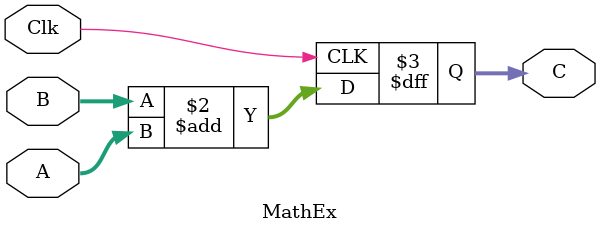
<source format=v>
`timescale 1ns / 1ps
module MathEx(
    input [7:0] A,
    input [7:0] B,
    output reg [7:0] C,
    input Clk
    );
    // Very simple math to test macro
   always @ (posedge Clk)
    begin
        C = B + A;
    end
endmodule

</source>
